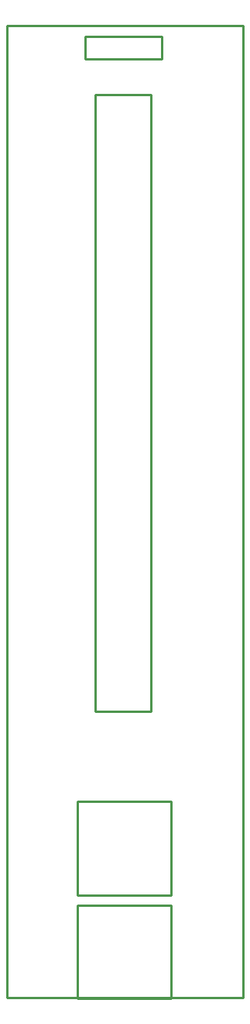
<source format=gko>
G04 Layer: BoardOutlineLayer*
G04 EasyEDA v6.5.29, 2023-07-16 15:11:24*
G04 5fcfc6cb5b8945028dee16518429fc2b,5a6b42c53f6a479593ecc07194224c93,10*
G04 Gerber Generator version 0.2*
G04 Scale: 100 percent, Rotated: No, Reflected: No *
G04 Dimensions in millimeters *
G04 leading zeros omitted , absolute positions ,4 integer and 5 decimal *
%FSLAX45Y45*%
%MOMM*%

%ADD10C,0.2540*%
D10*
X215900Y11430000D02*
G01*
X2794000Y11430000D01*
X2794000Y825500D01*
X215900Y825500D01*
X215900Y11430000D01*
X1181100Y10680700D02*
G01*
X1181100Y3949700D01*
X1181100Y3949700D02*
G01*
X1790700Y3949700D01*
X1790700Y3949700D02*
G01*
X1790700Y10680700D01*
X1790700Y10680700D02*
G01*
X1181100Y10680700D01*
X2006600Y812800D02*
G01*
X2006600Y1832800D01*
X2006600Y1832800D02*
G01*
X986599Y1832800D01*
X986599Y1832800D02*
G01*
X986599Y812800D01*
X986599Y812800D02*
G01*
X2006600Y812800D01*
X2006600Y1943100D02*
G01*
X2006600Y2963100D01*
X2006600Y2963100D02*
G01*
X986599Y2963100D01*
X986599Y2963100D02*
G01*
X986599Y1943100D01*
X986599Y1943100D02*
G01*
X2006600Y1943100D01*
X1066800Y11309350D02*
G01*
X1066800Y11068050D01*
X1066800Y11068050D02*
G01*
X1905000Y11068050D01*
X1905000Y11068050D02*
G01*
X1905000Y11309350D01*
X1905000Y11309350D02*
G01*
X1066800Y11309350D01*

%LPD*%
M02*

</source>
